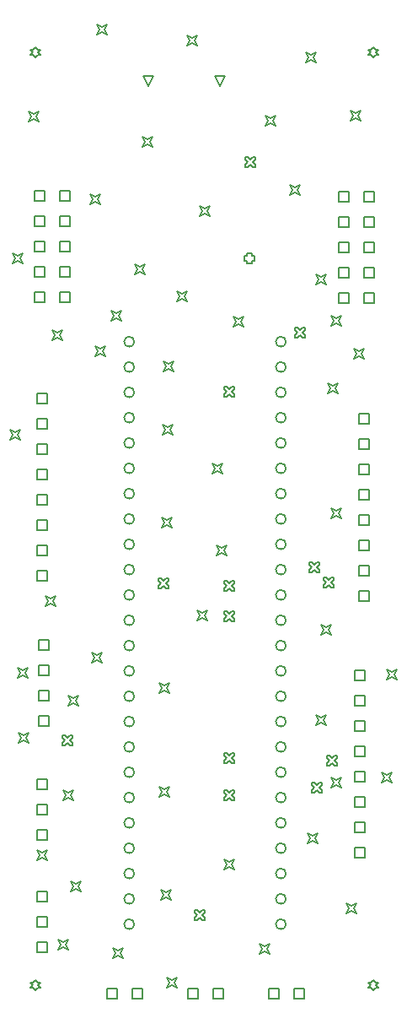
<source format=gbr>
%TF.GenerationSoftware,Altium Limited,Altium Designer,19.1.8 (144)*%
G04 Layer_Color=2752767*
%FSLAX26Y26*%
%MOIN*%
%TF.FileFunction,Drawing*%
%TF.Part,Single*%
G01*
G75*
%TA.AperFunction,NonConductor*%
%ADD55C,0.005000*%
%ADD56C,0.006667*%
D55*
X1419961Y660118D02*
Y700118D01*
X1459961D01*
Y660118D01*
X1419961D01*
Y760118D02*
Y800118D01*
X1459961D01*
Y760118D01*
X1419961D01*
Y860118D02*
Y900118D01*
X1459961D01*
Y860118D01*
X1419961D01*
Y960118D02*
Y1000118D01*
X1459961D01*
Y960118D01*
X1419961D01*
Y1060118D02*
Y1100118D01*
X1459961D01*
Y1060118D01*
X1419961D01*
Y1160118D02*
Y1200118D01*
X1459961D01*
Y1160118D01*
X1419961D01*
Y1260118D02*
Y1300118D01*
X1459961D01*
Y1260118D01*
X1419961D01*
Y1360118D02*
Y1400118D01*
X1459961D01*
Y1360118D01*
X1419961D01*
X1082756Y104016D02*
Y144016D01*
X1122756D01*
Y104016D01*
X1082756D01*
X1182756D02*
Y144016D01*
X1222756D01*
Y104016D01*
X1182756D01*
X761496Y102047D02*
Y142047D01*
X801496D01*
Y102047D01*
X761496D01*
X861496D02*
Y142047D01*
X901496D01*
Y102047D01*
X861496D01*
X439646Y104016D02*
Y144016D01*
X479646D01*
Y104016D01*
X439646D01*
X539646D02*
Y144016D01*
X579646D01*
Y104016D01*
X539646D01*
X165039Y286890D02*
Y326890D01*
X205039D01*
Y286890D01*
X165039D01*
Y386890D02*
Y426890D01*
X205039D01*
Y386890D01*
X165039D01*
Y486890D02*
Y526890D01*
X205039D01*
Y486890D01*
X165039D01*
Y729803D02*
Y769803D01*
X205039D01*
Y729803D01*
X165039D01*
Y829803D02*
Y869803D01*
X205039D01*
Y829803D01*
X165039D01*
Y929803D02*
Y969803D01*
X205039D01*
Y929803D01*
X165039D01*
X169961Y1480197D02*
Y1520197D01*
X209961D01*
Y1480197D01*
X169961D01*
Y1380197D02*
Y1420197D01*
X209961D01*
Y1380197D01*
X169961D01*
Y1180197D02*
Y1220197D01*
X209961D01*
Y1180197D01*
X169961D01*
Y1280197D02*
Y1320197D01*
X209961D01*
Y1280197D01*
X169961D01*
X1438661Y1674094D02*
Y1714094D01*
X1478661D01*
Y1674094D01*
X1438661D01*
Y1774094D02*
Y1814094D01*
X1478661D01*
Y1774094D01*
X1438661D01*
Y1874094D02*
Y1914094D01*
X1478661D01*
Y1874094D01*
X1438661D01*
Y1974094D02*
Y2014094D01*
X1478661D01*
Y1974094D01*
X1438661D01*
Y2074095D02*
Y2114095D01*
X1478661D01*
Y2074095D01*
X1438661D01*
Y2174095D02*
Y2214095D01*
X1478661D01*
Y2174095D01*
X1438661D01*
Y2274095D02*
Y2314095D01*
X1478661D01*
Y2274095D01*
X1438661D01*
Y2374095D02*
Y2414095D01*
X1478661D01*
Y2374095D01*
X1438661D01*
X603465Y3705000D02*
X583465Y3745000D01*
X623465D01*
X603465Y3705000D01*
X886929D02*
X866929Y3745000D01*
X906929D01*
X886929Y3705000D01*
X1496063Y3818583D02*
X1506063Y3828583D01*
X1516063D01*
X1506063Y3838583D01*
X1516063Y3848583D01*
X1506063D01*
X1496063Y3858583D01*
X1486063Y3848583D01*
X1476063D01*
X1486063Y3838583D01*
X1476063Y3828583D01*
X1486063D01*
X1496063Y3818583D01*
X157480D02*
X167480Y3828583D01*
X177480D01*
X167480Y3838583D01*
X177480Y3848583D01*
X167480D01*
X157480Y3858583D01*
X147480Y3848583D01*
X137480D01*
X147480Y3838583D01*
X137480Y3828583D01*
X147480D01*
X157480Y3818583D01*
Y137480D02*
X167480Y147480D01*
X177480D01*
X167480Y157480D01*
X177480Y167480D01*
X167480D01*
X157480Y177480D01*
X147480Y167480D01*
X137480D01*
X147480Y157480D01*
X137480Y147480D01*
X147480D01*
X157480Y137480D01*
X1496063D02*
X1506063Y147480D01*
X1516063D01*
X1506063Y157480D01*
X1516063Y167480D01*
X1506063D01*
X1496063Y177480D01*
X1486063Y167480D01*
X1476063D01*
X1486063Y157480D01*
X1476063Y147480D01*
X1486063D01*
X1496063Y137480D01*
X1456378Y3250866D02*
Y3290866D01*
X1496378D01*
Y3250866D01*
X1456378D01*
Y3150866D02*
Y3190866D01*
X1496378D01*
Y3150866D01*
X1456378D01*
X1356378Y3250866D02*
Y3290866D01*
X1396378D01*
Y3250866D01*
X1356378D01*
Y3150866D02*
Y3190866D01*
X1396378D01*
Y3150866D01*
X1356378D01*
Y3050866D02*
Y3090866D01*
X1396378D01*
Y3050866D01*
X1356378D01*
Y2950866D02*
Y2990866D01*
X1396378D01*
Y2950866D01*
X1356378D01*
Y2850866D02*
Y2890866D01*
X1396378D01*
Y2850866D01*
X1356378D01*
X1456378Y3050866D02*
Y3090866D01*
X1496378D01*
Y3050866D01*
X1456378D01*
Y2950866D02*
Y2990866D01*
X1496378D01*
Y2950866D01*
X1456378D01*
Y2850866D02*
Y2890866D01*
X1496378D01*
Y2850866D01*
X1456378D01*
X165039Y2454803D02*
Y2494803D01*
X205039D01*
Y2454803D01*
X165039D01*
Y2354803D02*
Y2394803D01*
X205039D01*
Y2354803D01*
X165039D01*
Y2254803D02*
Y2294803D01*
X205039D01*
Y2254803D01*
X165039D01*
Y2154803D02*
Y2194803D01*
X205039D01*
Y2154803D01*
X165039D01*
Y2054803D02*
Y2094803D01*
X205039D01*
Y2054803D01*
X165039D01*
Y1954803D02*
Y1994803D01*
X205039D01*
Y1954803D01*
X165039D01*
Y1854803D02*
Y1894803D01*
X205039D01*
Y1854803D01*
X165039D01*
Y1754803D02*
Y1794803D01*
X205039D01*
Y1754803D01*
X165039D01*
X255591Y3252441D02*
Y3292441D01*
X295591D01*
Y3252441D01*
X255591D01*
Y3152441D02*
Y3192441D01*
X295591D01*
Y3152441D01*
X255591D01*
X155591Y3252441D02*
Y3292441D01*
X195591D01*
Y3252441D01*
X155591D01*
Y3152441D02*
Y3192441D01*
X195591D01*
Y3152441D01*
X155591D01*
Y3052441D02*
Y3092441D01*
X195591D01*
Y3052441D01*
X155591D01*
Y2952441D02*
Y2992441D01*
X195591D01*
Y2952441D01*
X155591D01*
Y2852441D02*
Y2892441D01*
X195591D01*
Y2852441D01*
X155591D01*
X255591Y3052441D02*
Y3092441D01*
X295591D01*
Y3052441D01*
X255591D01*
Y2952441D02*
Y2992441D01*
X295591D01*
Y2952441D01*
X255591D01*
Y2852441D02*
Y2892441D01*
X295591D01*
Y2852441D01*
X255591D01*
X665039Y2578425D02*
X675039Y2598425D01*
X665039Y2618425D01*
X685039Y2608425D01*
X705039Y2618425D01*
X695039Y2598425D01*
X705039Y2578425D01*
X685039Y2588425D01*
X665039Y2578425D01*
X661102Y2330394D02*
X671102Y2350394D01*
X661102Y2370394D01*
X681102Y2360394D01*
X701102Y2370394D01*
X691102Y2350394D01*
X701102Y2330394D01*
X681102Y2340394D01*
X661102Y2330394D01*
X857953Y2176850D02*
X867953Y2196850D01*
X857953Y2216850D01*
X877953Y2206850D01*
X897953Y2216850D01*
X887953Y2196850D01*
X897953Y2176850D01*
X877953Y2186850D01*
X857953Y2176850D01*
X657165Y1964252D02*
X667165Y1984252D01*
X657165Y2004252D01*
X677165Y1994252D01*
X697165Y2004252D01*
X687165Y1984252D01*
X697165Y1964252D01*
X677165Y1974252D01*
X657165Y1964252D01*
X873701Y1854016D02*
X883701Y1874016D01*
X873701Y1894016D01*
X893701Y1884016D01*
X913701Y1894016D01*
X903701Y1874016D01*
X913701Y1854016D01*
X893701Y1864016D01*
X873701Y1854016D01*
X66614Y3007559D02*
X76614Y3027559D01*
X66614Y3047559D01*
X86614Y3037559D01*
X106614Y3047559D01*
X96614Y3027559D01*
X106614Y3007559D01*
X86614Y3017559D01*
X66614Y3007559D01*
X550866Y2964252D02*
X560866Y2984252D01*
X550866Y3004252D01*
X570866Y2994252D01*
X590866Y3004252D01*
X580866Y2984252D01*
X590866Y2964252D01*
X570866Y2974252D01*
X550866Y2964252D01*
X393386Y2641417D02*
X403386Y2661417D01*
X393386Y2681417D01*
X413386Y2671417D01*
X433386Y2681417D01*
X423386Y2661417D01*
X433386Y2641417D01*
X413386Y2651417D01*
X393386Y2641417D01*
X456378Y2779213D02*
X466378Y2799213D01*
X456378Y2819213D01*
X476378Y2809213D01*
X496378Y2819213D01*
X486378Y2799213D01*
X496378Y2779213D01*
X476378Y2789213D01*
X456378Y2779213D01*
X224095Y2704409D02*
X234095Y2724409D01*
X224095Y2744409D01*
X244095Y2734409D01*
X264094Y2744409D01*
X254095Y2724409D01*
X264094Y2704409D01*
X244095Y2714409D01*
X224095Y2704409D01*
X58740Y2310709D02*
X68740Y2330709D01*
X58740Y2350709D01*
X78740Y2340709D01*
X98740Y2350709D01*
X88740Y2330709D01*
X98740Y2310709D01*
X78740Y2320709D01*
X58740Y2310709D01*
X196535Y1653228D02*
X206535Y1673228D01*
X196535Y1693228D01*
X216535Y1683228D01*
X236535Y1693228D01*
X226535Y1673228D01*
X236535Y1653228D01*
X216535Y1663228D01*
X196535Y1653228D01*
X381575Y1428819D02*
X391575Y1448819D01*
X381575Y1468819D01*
X401575Y1458819D01*
X421575Y1468819D01*
X411575Y1448819D01*
X421575Y1428819D01*
X401575Y1438819D01*
X381575Y1428819D01*
X287087Y1259528D02*
X297087Y1279528D01*
X287087Y1299528D01*
X307087Y1289528D01*
X327087Y1299528D01*
X317087Y1279528D01*
X327087Y1259528D01*
X307087Y1269528D01*
X287087Y1259528D01*
X267402Y885512D02*
X277402Y905512D01*
X267402Y925512D01*
X287402Y915512D01*
X307402Y925512D01*
X297402Y905512D01*
X307402Y885512D01*
X287402Y895512D01*
X267402Y885512D01*
X86299Y1369764D02*
X96299Y1389764D01*
X86299Y1409764D01*
X106299Y1399764D01*
X126299Y1409764D01*
X116299Y1389764D01*
X126299Y1369764D01*
X106299Y1379764D01*
X86299Y1369764D01*
X90236Y1113858D02*
X100236Y1133858D01*
X90236Y1153858D01*
X110236Y1143858D01*
X130236Y1153858D01*
X120236Y1133858D01*
X130236Y1113858D01*
X110236Y1123858D01*
X90236Y1113858D01*
X247716Y294961D02*
X257716Y314961D01*
X247716Y334961D01*
X267716Y324961D01*
X287716Y334961D01*
X277716Y314961D01*
X287716Y294961D01*
X267716Y304961D01*
X247716Y294961D01*
X165039Y649291D02*
X175039Y669291D01*
X165039Y689291D01*
X185039Y679291D01*
X205039Y689291D01*
X195039Y669291D01*
X205039Y649291D01*
X185039Y659291D01*
X165039Y649291D01*
X298898Y527244D02*
X308898Y547244D01*
X298898Y567244D01*
X318898Y557244D01*
X338898Y567244D01*
X328898Y547244D01*
X338898Y527244D01*
X318898Y537244D01*
X298898Y527244D01*
X798898Y1598110D02*
X808898Y1618110D01*
X798898Y1638110D01*
X818898Y1628110D01*
X838898Y1638110D01*
X828898Y1618110D01*
X838898Y1598110D01*
X818898Y1608110D01*
X798898Y1598110D01*
X649291Y1310709D02*
X659291Y1330709D01*
X649291Y1350709D01*
X669291Y1340709D01*
X689291Y1350709D01*
X679291Y1330709D01*
X689291Y1310709D01*
X669291Y1320709D01*
X649291Y1310709D01*
Y901260D02*
X659291Y921260D01*
X649291Y941260D01*
X669291Y931260D01*
X689291Y941260D01*
X679291Y921260D01*
X689291Y901260D01*
X669291Y911260D01*
X649291Y901260D01*
X653228Y491811D02*
X663228Y511811D01*
X653228Y531811D01*
X673228Y521811D01*
X693228Y531811D01*
X683228Y511811D01*
X693228Y491811D01*
X673228Y501811D01*
X653228Y491811D01*
X905197Y613858D02*
X915197Y633858D01*
X905197Y653858D01*
X925197Y643858D01*
X945197Y653858D01*
X935197Y633858D01*
X945197Y613858D01*
X925197Y623858D01*
X905197Y613858D01*
X464252Y263465D02*
X474252Y283465D01*
X464252Y303465D01*
X484252Y293465D01*
X504252Y303465D01*
X494252Y283465D01*
X504252Y263465D01*
X484252Y273465D01*
X464252Y263465D01*
X676850Y145354D02*
X686850Y165354D01*
X676850Y185354D01*
X696850Y175354D01*
X716850Y185354D01*
X706850Y165354D01*
X716850Y145354D01*
X696850Y155354D01*
X676850Y145354D01*
X1045589Y280553D02*
X1055589Y300553D01*
X1045589Y320553D01*
X1065589Y310553D01*
X1085589Y320553D01*
X1075589Y300553D01*
X1085589Y280553D01*
X1065589Y290553D01*
X1045589Y280553D01*
X1389449Y440630D02*
X1399449Y460630D01*
X1389449Y480630D01*
X1409449Y470630D01*
X1429449Y480630D01*
X1419449Y460630D01*
X1429449Y440630D01*
X1409449Y450630D01*
X1389449Y440630D01*
X1235906Y716221D02*
X1245906Y736221D01*
X1235906Y756221D01*
X1255906Y746221D01*
X1275906Y756221D01*
X1265906Y736221D01*
X1275906Y716221D01*
X1255906Y726221D01*
X1235906Y716221D01*
X1326457Y936693D02*
X1336457Y956693D01*
X1326457Y976693D01*
X1346457Y966693D01*
X1366457Y976693D01*
X1356457Y956693D01*
X1366457Y936693D01*
X1346457Y946693D01*
X1326457Y936693D01*
X1527244Y956378D02*
X1537244Y976378D01*
X1527244Y996378D01*
X1547244Y986378D01*
X1567244Y996378D01*
X1557244Y976378D01*
X1567244Y956378D01*
X1547244Y966378D01*
X1527244Y956378D01*
X1546929Y1361890D02*
X1556929Y1381890D01*
X1546929Y1401890D01*
X1566929Y1391890D01*
X1586929Y1401890D01*
X1576929Y1381890D01*
X1586929Y1361890D01*
X1566929Y1371890D01*
X1546929Y1361890D01*
X1267402Y1184724D02*
X1277402Y1204724D01*
X1267402Y1224724D01*
X1287402Y1214724D01*
X1307402Y1224724D01*
X1297402Y1204724D01*
X1307402Y1184724D01*
X1287402Y1194724D01*
X1267402Y1184724D01*
X1287087Y1539055D02*
X1297087Y1559055D01*
X1287087Y1579055D01*
X1307087Y1569055D01*
X1327087Y1579055D01*
X1317087Y1559055D01*
X1327087Y1539055D01*
X1307087Y1549055D01*
X1287087Y1539055D01*
X1326457Y1999685D02*
X1336457Y2019685D01*
X1326457Y2039685D01*
X1346457Y2029685D01*
X1366457Y2039685D01*
X1356457Y2019685D01*
X1366457Y1999685D01*
X1346457Y2009685D01*
X1326457Y1999685D01*
X1314646Y2491811D02*
X1324646Y2511811D01*
X1314646Y2531811D01*
X1334646Y2521811D01*
X1354646Y2531811D01*
X1344646Y2511811D01*
X1354646Y2491811D01*
X1334646Y2501811D01*
X1314646Y2491811D01*
X1417008Y2629606D02*
X1427008Y2649606D01*
X1417008Y2669606D01*
X1437008Y2659606D01*
X1457008Y2669606D01*
X1447008Y2649606D01*
X1457008Y2629606D01*
X1437008Y2639606D01*
X1417008Y2629606D01*
X1326457Y2759528D02*
X1336457Y2779528D01*
X1326457Y2799528D01*
X1346457Y2789528D01*
X1366457Y2799528D01*
X1356457Y2779528D01*
X1366457Y2759528D01*
X1346457Y2769528D01*
X1326457Y2759528D01*
X1267402Y2924882D02*
X1277402Y2944882D01*
X1267402Y2964882D01*
X1287402Y2954882D01*
X1307402Y2964882D01*
X1297402Y2944882D01*
X1307402Y2924882D01*
X1287402Y2934882D01*
X1267402Y2924882D01*
X1405197Y3570551D02*
X1415197Y3590551D01*
X1405197Y3610551D01*
X1425197Y3600551D01*
X1445197Y3610551D01*
X1435197Y3590551D01*
X1445197Y3570551D01*
X1425197Y3580551D01*
X1405197Y3570551D01*
X1066614Y3550866D02*
X1076614Y3570866D01*
X1066614Y3590866D01*
X1086614Y3580866D01*
X1106614Y3590866D01*
X1096614Y3570866D01*
X1106614Y3550866D01*
X1086614Y3560866D01*
X1066614Y3550866D01*
X759528Y3865827D02*
X769528Y3885827D01*
X759528Y3905827D01*
X779528Y3895827D01*
X799528Y3905827D01*
X789528Y3885827D01*
X799528Y3865827D01*
X779528Y3875827D01*
X759528Y3865827D01*
X1228032Y3798898D02*
X1238032Y3818898D01*
X1228032Y3838898D01*
X1248032Y3828898D01*
X1268032Y3838898D01*
X1258032Y3818898D01*
X1268032Y3798898D01*
X1248032Y3808898D01*
X1228032Y3798898D01*
X401260Y3909134D02*
X411260Y3929134D01*
X401260Y3949134D01*
X421260Y3939134D01*
X441260Y3949134D01*
X431260Y3929134D01*
X441260Y3909134D01*
X421260Y3919134D01*
X401260Y3909134D01*
X129606Y3566614D02*
X139606Y3586614D01*
X129606Y3606614D01*
X149606Y3596614D01*
X169606Y3606614D01*
X159606Y3586614D01*
X169606Y3566614D01*
X149606Y3576614D01*
X129606Y3566614D01*
X373701Y3239843D02*
X383701Y3259843D01*
X373701Y3279843D01*
X393701Y3269843D01*
X413701Y3279843D01*
X403701Y3259843D01*
X413701Y3239843D01*
X393701Y3249843D01*
X373701Y3239843D01*
X940630Y2755591D02*
X950630Y2775591D01*
X940630Y2795591D01*
X960630Y2785591D01*
X980630Y2795591D01*
X970630Y2775591D01*
X980630Y2755591D01*
X960630Y2765591D01*
X940630Y2755591D01*
X993937Y3017559D02*
Y3007559D01*
X1013937D01*
Y3017559D01*
X1023937D01*
Y3037559D01*
X1013937D01*
Y3047559D01*
X993937D01*
Y3037559D01*
X983937D01*
Y3017559D01*
X993937D01*
X1165039Y3275276D02*
X1175039Y3295276D01*
X1165039Y3315276D01*
X1185039Y3305276D01*
X1205039Y3315276D01*
X1195039Y3295276D01*
X1205039Y3275276D01*
X1185039Y3285276D01*
X1165039Y3275276D01*
X806772Y3192598D02*
X816772Y3212598D01*
X806772Y3232598D01*
X826772Y3222598D01*
X846772Y3232598D01*
X836772Y3212598D01*
X846772Y3192598D01*
X826772Y3202598D01*
X806772Y3192598D01*
X716221Y2857953D02*
X726221Y2877953D01*
X716221Y2897953D01*
X736221Y2887953D01*
X756221Y2897953D01*
X746221Y2877953D01*
X756221Y2857953D01*
X736221Y2867953D01*
X716221Y2857953D01*
X582362Y3468189D02*
X592362Y3488189D01*
X582362Y3508189D01*
X602362Y3498189D01*
X622362Y3508189D01*
X612362Y3488189D01*
X622362Y3468189D01*
X602362Y3478189D01*
X582362Y3468189D01*
X787087Y413071D02*
X797087D01*
X807087Y423071D01*
X817087Y413071D01*
X827087D01*
Y423071D01*
X817087Y433071D01*
X827087Y443071D01*
Y453071D01*
X817087D01*
X807087Y443071D01*
X797087Y453071D01*
X787087D01*
Y443071D01*
X797087Y433071D01*
X787087Y423071D01*
Y413071D01*
X905197Y2480000D02*
X915197D01*
X925197Y2490000D01*
X935197Y2480000D01*
X945197D01*
Y2490000D01*
X935197Y2500000D01*
X945197Y2510000D01*
Y2520000D01*
X935197D01*
X925197Y2510000D01*
X915197Y2520000D01*
X905197D01*
Y2510000D01*
X915197Y2500000D01*
X905197Y2490000D01*
Y2480000D01*
X266051Y1102047D02*
X276051D01*
X286051Y1112047D01*
X296051Y1102047D01*
X306051D01*
Y1112047D01*
X296051Y1122047D01*
X306051Y1132047D01*
Y1142047D01*
X296051D01*
X286051Y1132047D01*
X276051Y1142047D01*
X266051D01*
Y1132047D01*
X276051Y1122047D01*
X266051Y1112047D01*
Y1102047D01*
X905197Y885512D02*
X915197D01*
X925197Y895512D01*
X935197Y885512D01*
X945197D01*
Y895512D01*
X935197Y905512D01*
X945197Y915512D01*
Y925512D01*
X935197D01*
X925197Y915512D01*
X915197Y925512D01*
X905197D01*
Y915512D01*
X915197Y905512D01*
X905197Y895512D01*
Y885512D01*
Y1712284D02*
X915197D01*
X925197Y1722284D01*
X935197Y1712284D01*
X945197D01*
Y1722284D01*
X935197Y1732284D01*
X945197Y1742284D01*
Y1752284D01*
X935197D01*
X925197Y1742284D01*
X915197Y1752284D01*
X905197D01*
Y1742284D01*
X915197Y1732284D01*
X905197Y1722284D01*
Y1712284D01*
X1184232Y2714646D02*
X1194232D01*
X1204232Y2724646D01*
X1214232Y2714646D01*
X1224232D01*
Y2724646D01*
X1214232Y2734646D01*
X1224232Y2744646D01*
Y2754646D01*
X1214232D01*
X1204232Y2744646D01*
X1194232Y2754646D01*
X1184232D01*
Y2744646D01*
X1194232Y2734646D01*
X1184232Y2724646D01*
Y2714646D01*
X986890Y3385512D02*
X996890D01*
X1006890Y3395512D01*
X1016890Y3385512D01*
X1026890D01*
Y3395512D01*
X1016890Y3405512D01*
X1026890Y3415512D01*
Y3425512D01*
X1016890D01*
X1006890Y3415512D01*
X996890Y3425512D01*
X986890D01*
Y3415512D01*
X996890Y3405512D01*
X986890Y3395512D01*
Y3385512D01*
X644370Y1722126D02*
X654370D01*
X664370Y1732126D01*
X674370Y1722126D01*
X684370D01*
Y1732126D01*
X674370Y1742126D01*
X684370Y1752126D01*
Y1762126D01*
X674370D01*
X664370Y1752126D01*
X654370Y1762126D01*
X644370D01*
Y1752126D01*
X654370Y1742126D01*
X644370Y1732126D01*
Y1722126D01*
X903228Y1594173D02*
X913228D01*
X923228Y1604173D01*
X933228Y1594173D01*
X943228D01*
Y1604173D01*
X933228Y1614173D01*
X943228Y1624173D01*
Y1634173D01*
X933228D01*
X923228Y1624173D01*
X913228Y1634173D01*
X903228D01*
Y1624173D01*
X913228Y1614173D01*
X903228Y1604173D01*
Y1594173D01*
X904213Y1032165D02*
X914213D01*
X924213Y1042165D01*
X934213Y1032165D01*
X944213D01*
Y1042165D01*
X934213Y1052165D01*
X944213Y1062165D01*
Y1072165D01*
X934213D01*
X924213Y1062165D01*
X914213Y1072165D01*
X904213D01*
Y1062165D01*
X914213Y1052165D01*
X904213Y1042165D01*
Y1032165D01*
X1240827Y1785118D02*
X1250827D01*
X1260827Y1795118D01*
X1270827Y1785118D01*
X1280827D01*
Y1795118D01*
X1270827Y1805118D01*
X1280827Y1815118D01*
Y1825118D01*
X1270827D01*
X1260827Y1815118D01*
X1250827Y1825118D01*
X1240827D01*
Y1815118D01*
X1250827Y1805118D01*
X1240827Y1795118D01*
Y1785118D01*
X1298898Y1725079D02*
X1308898D01*
X1318898Y1735079D01*
X1328898Y1725079D01*
X1338898D01*
Y1735079D01*
X1328898Y1745079D01*
X1338898Y1755079D01*
Y1765079D01*
X1328898D01*
X1318898Y1755079D01*
X1308898Y1765079D01*
X1298898D01*
Y1755079D01*
X1308898Y1745079D01*
X1298898Y1735079D01*
Y1725079D01*
X1249685Y916024D02*
X1259685D01*
X1269685Y926024D01*
X1279685Y916024D01*
X1289685D01*
Y926024D01*
X1279685Y936024D01*
X1289685Y946024D01*
Y956024D01*
X1279685D01*
X1269685Y946024D01*
X1259685Y956024D01*
X1249685D01*
Y946024D01*
X1259685Y936024D01*
X1249685Y926024D01*
Y916024D01*
X1309724Y1024291D02*
X1319724D01*
X1329724Y1034291D01*
X1339724Y1024291D01*
X1349724D01*
Y1034291D01*
X1339724Y1044291D01*
X1349724Y1054291D01*
Y1064291D01*
X1339724D01*
X1329724Y1054291D01*
X1319724Y1064291D01*
X1309724D01*
Y1054291D01*
X1319724Y1044291D01*
X1309724Y1034291D01*
Y1024291D01*
D56*
X1148937Y1097441D02*
G03*
X1148937Y1097441I-20000J0D01*
G01*
Y1197441D02*
G03*
X1148937Y1197441I-20000J0D01*
G01*
Y1297441D02*
G03*
X1148937Y1297441I-20000J0D01*
G01*
Y2697441D02*
G03*
X1148937Y2697441I-20000J0D01*
G01*
Y2597441D02*
G03*
X1148937Y2597441I-20000J0D01*
G01*
Y2497441D02*
G03*
X1148937Y2497441I-20000J0D01*
G01*
X548937Y1297441D02*
G03*
X548937Y1297441I-20000J0D01*
G01*
X1148937Y997441D02*
G03*
X1148937Y997441I-20000J0D01*
G01*
Y897441D02*
G03*
X1148937Y897441I-20000J0D01*
G01*
Y797441D02*
G03*
X1148937Y797441I-20000J0D01*
G01*
Y697441D02*
G03*
X1148937Y697441I-20000J0D01*
G01*
Y597441D02*
G03*
X1148937Y597441I-20000J0D01*
G01*
Y497441D02*
G03*
X1148937Y497441I-20000J0D01*
G01*
Y397441D02*
G03*
X1148937Y397441I-20000J0D01*
G01*
X548937D02*
G03*
X548937Y397441I-20000J0D01*
G01*
Y497441D02*
G03*
X548937Y497441I-20000J0D01*
G01*
Y597441D02*
G03*
X548937Y597441I-20000J0D01*
G01*
Y697441D02*
G03*
X548937Y697441I-20000J0D01*
G01*
Y797441D02*
G03*
X548937Y797441I-20000J0D01*
G01*
Y897441D02*
G03*
X548937Y897441I-20000J0D01*
G01*
Y997441D02*
G03*
X548937Y997441I-20000J0D01*
G01*
Y1097441D02*
G03*
X548937Y1097441I-20000J0D01*
G01*
Y1197441D02*
G03*
X548937Y1197441I-20000J0D01*
G01*
X1148937Y2397441D02*
G03*
X1148937Y2397441I-20000J0D01*
G01*
Y2297441D02*
G03*
X1148937Y2297441I-20000J0D01*
G01*
Y2197441D02*
G03*
X1148937Y2197441I-20000J0D01*
G01*
Y2097441D02*
G03*
X1148937Y2097441I-20000J0D01*
G01*
Y1997441D02*
G03*
X1148937Y1997441I-20000J0D01*
G01*
Y1897441D02*
G03*
X1148937Y1897441I-20000J0D01*
G01*
Y1797441D02*
G03*
X1148937Y1797441I-20000J0D01*
G01*
Y1697441D02*
G03*
X1148937Y1697441I-20000J0D01*
G01*
Y1597441D02*
G03*
X1148937Y1597441I-20000J0D01*
G01*
Y1497441D02*
G03*
X1148937Y1497441I-20000J0D01*
G01*
Y1397441D02*
G03*
X1148937Y1397441I-20000J0D01*
G01*
X548937D02*
G03*
X548937Y1397441I-20000J0D01*
G01*
Y1497441D02*
G03*
X548937Y1497441I-20000J0D01*
G01*
Y1597441D02*
G03*
X548937Y1597441I-20000J0D01*
G01*
Y1697441D02*
G03*
X548937Y1697441I-20000J0D01*
G01*
Y1797441D02*
G03*
X548937Y1797441I-20000J0D01*
G01*
Y1897441D02*
G03*
X548937Y1897441I-20000J0D01*
G01*
Y1997441D02*
G03*
X548937Y1997441I-20000J0D01*
G01*
Y2097441D02*
G03*
X548937Y2097441I-20000J0D01*
G01*
Y2197441D02*
G03*
X548937Y2197441I-20000J0D01*
G01*
Y2297441D02*
G03*
X548937Y2297441I-20000J0D01*
G01*
Y2397441D02*
G03*
X548937Y2397441I-20000J0D01*
G01*
Y2497441D02*
G03*
X548937Y2497441I-20000J0D01*
G01*
Y2597441D02*
G03*
X548937Y2597441I-20000J0D01*
G01*
Y2697441D02*
G03*
X548937Y2697441I-20000J0D01*
G01*
%TF.MD5,4956845cafbcc488308ffa9179a3b9b6*%
M02*

</source>
